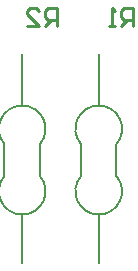
<source format=gbo>
%FSTAX24Y24*%
%MOIN*%
G70*
G01*
G75*
G04 Layer_Color=32896*
%ADD10R,0.0394X0.0500*%
G04:AMPARAMS|DCode=11|XSize=23.6mil|YSize=39.4mil|CornerRadius=3mil|HoleSize=0mil|Usage=FLASHONLY|Rotation=180.000|XOffset=0mil|YOffset=0mil|HoleType=Round|Shape=RoundedRectangle|*
%AMROUNDEDRECTD11*
21,1,0.0236,0.0335,0,0,180.0*
21,1,0.0177,0.0394,0,0,180.0*
1,1,0.0059,-0.0089,0.0167*
1,1,0.0059,0.0089,0.0167*
1,1,0.0059,0.0089,-0.0167*
1,1,0.0059,-0.0089,-0.0167*
%
%ADD11ROUNDEDRECTD11*%
%ADD12C,0.0400*%
%ADD13C,0.0160*%
%ADD14R,0.0846X0.1211*%
%ADD15O,0.0800X0.0600*%
%ADD16R,0.0902X0.0902*%
%ADD17C,0.0902*%
%ADD18O,0.0850X0.0600*%
%ADD19R,0.0850X0.0600*%
%ADD20C,0.0079*%
%ADD21C,0.0100*%
%ADD22C,0.0050*%
%ADD23C,0.0070*%
%ADD24C,0.0197*%
%ADD25R,0.0474X0.0580*%
G04:AMPARAMS|DCode=26|XSize=31.6mil|YSize=47.4mil|CornerRadius=7mil|HoleSize=0mil|Usage=FLASHONLY|Rotation=180.000|XOffset=0mil|YOffset=0mil|HoleType=Round|Shape=RoundedRectangle|*
%AMROUNDEDRECTD26*
21,1,0.0316,0.0335,0,0,180.0*
21,1,0.0177,0.0474,0,0,180.0*
1,1,0.0139,-0.0089,0.0167*
1,1,0.0139,0.0089,0.0167*
1,1,0.0139,0.0089,-0.0167*
1,1,0.0139,-0.0089,-0.0167*
%
%ADD26ROUNDEDRECTD26*%
%ADD27O,0.0880X0.0680*%
%ADD28R,0.0982X0.0982*%
%ADD29C,0.0982*%
%ADD30O,0.0930X0.0680*%
%ADD31R,0.0930X0.0680*%
%ADD32C,0.0080*%
%ADD33C,0.0079*%
%ADD34C,0.0079*%
D21*
X039956Y022498D02*
Y023098D01*
X039656D01*
X039556Y022998D01*
Y022798D01*
X039656Y022698D01*
X039956D01*
X039756D02*
X039556Y022498D01*
X039356D02*
X039157D01*
X039257D01*
Y023098D01*
X039356Y022998D01*
X037406Y022498D02*
Y023098D01*
X037106D01*
X037006Y022998D01*
Y022798D01*
X037106Y022698D01*
X037406D01*
X037206D02*
X037006Y022498D01*
X036407D02*
X036806D01*
X036407Y022898D01*
Y022998D01*
X036507Y023098D01*
X036707D01*
X036806Y022998D01*
D32*
X038215Y017502D02*
G03*
X039397Y017502I000591J-000506D01*
G01*
Y018565D02*
G03*
X038215Y018565I-000591J000507D01*
G01*
X036847D02*
G03*
X035665Y018565I-000591J000507D01*
G01*
Y017502D02*
G03*
X036847Y017502I000591J-000506D01*
G01*
X039397Y017502D02*
Y018565D01*
X038215Y017502D02*
Y018565D01*
X035665Y017502D02*
Y018565D01*
X036847Y017502D02*
Y018565D01*
D33*
X038806Y015138D02*
Y016202D01*
Y019865D02*
Y020928D01*
X036256Y019865D02*
Y020928D01*
Y015138D02*
Y016202D01*
D34*
X038806Y01459D02*
Y015138D01*
Y020928D02*
Y021578D01*
X036256Y020928D02*
Y021578D01*
Y01459D02*
Y015138D01*
M02*

</source>
